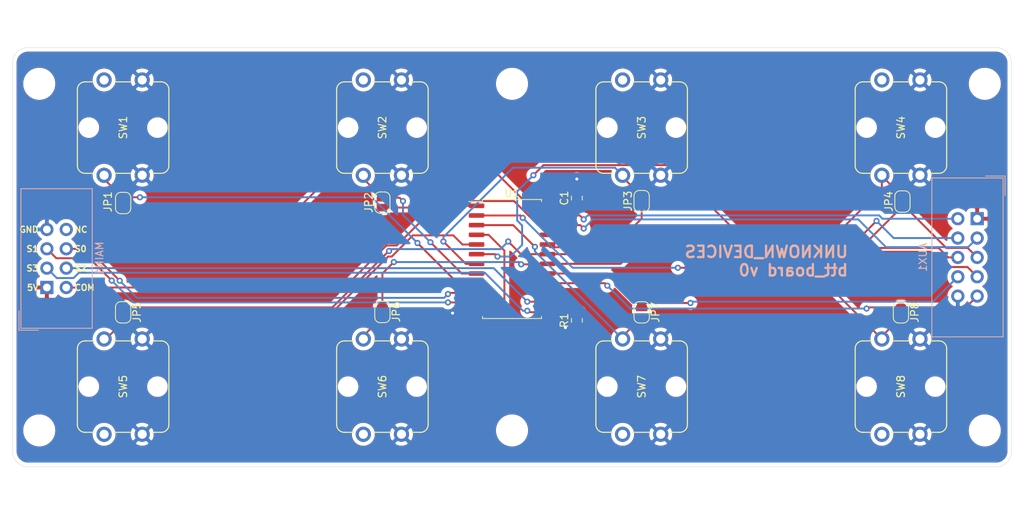
<source format=kicad_pcb>
(kicad_pcb (version 20171130) (host pcbnew "(5.1.2)-1")
  (layers (0 F.Cu signal) (31 B.Cu signal) (34 B.Paste user) (35 F.Paste user) (36 B.SilkS user) (37 F.SilkS user) (38 B.Mask user) (39 F.Mask user) (44 Edge.Cuts user))
  (net 0 "")
  (net 1 +5V)
  (net 2 P8)
  (net 3 P9)
  (net 4 P10)
  (net 5 P11)
  (net 6 P12)
  (net 7 P13)
  (net 8 P14)
  (net 9 P15)
  (net 10 GND)
  (net 11 P0)
  (net 12 P1)
  (net 13 P2)
  (net 14 P3)
  (net 15 P4)
  (net 16 P5)
  (net 17 P6)
  (net 18 P7)
  (net 19 "Net-(R1-Pad2)")
  (net 20 "Net-(C1-Pad1)")
  (net 21 COM)
  (net 22 S3)
  (net 23 S2)
  (net 24 S1)
  (net 25 S0)
  (module MountingHole:MountingHole_3.2mm_M3 (layer F.Cu) (at 222 108.5 180)
    (fp_text reference H6 hide)
    (fp_text value MountingHole)
    (pad 1 np_thru_hole circle (at 0 0 180) (size 3.2 3.2) (drill 3.2) (layers *.Cu *.Mask))
  )
  (module MountingHole:MountingHole_3.2mm_M3 (layer F.Cu) (at 222 63 180)
    (fp_text reference H3 hide)
    (fp_text value MountingHole)
    (pad 1 np_thru_hole circle (at 0 0 180) (size 3.2 3.2) (drill 3.2) (layers *.Cu *.Mask))
  )
  (module Connector_IDC:IDC-Header_2x05_P2.54mm_Vertical (layer B.Cu) (at 221 80.71 180)
    (fp_text reference AUX1 (at 7.112 -5.08 90) (layer B.SilkS) (effects (justify mirror)))
    (fp_text value AUX)
    (pad 10 thru_hole oval (at 2.54 -10.16 180) (size 1.7272 1.7272) (drill 1.016) (layers *.Cu *.Mask) (net 10 GND))
    (pad 9 thru_hole oval (at 0 -10.16 180) (size 1.7272 1.7272) (drill 1.016) (layers *.Cu *.Mask) (net 9 P15))
    (pad 8 thru_hole oval (at 2.54 -7.62 180) (size 1.7272 1.7272) (drill 1.016) (layers *.Cu *.Mask) (net 8 P14))
    (pad 7 thru_hole oval (at 0 -7.62 180) (size 1.7272 1.7272) (drill 1.016) (layers *.Cu *.Mask) (net 7 P13))
    (pad 6 thru_hole oval (at 2.54 -5.08 180) (size 1.7272 1.7272) (drill 1.016) (layers *.Cu *.Mask) (net 6 P12))
    (pad 5 thru_hole oval (at 0 -5.08 180) (size 1.7272 1.7272) (drill 1.016) (layers *.Cu *.Mask) (net 5 P11))
    (pad 4 thru_hole oval (at 2.54 -2.54 180) (size 1.7272 1.7272) (drill 1.016) (layers *.Cu *.Mask) (net 4 P10))
    (pad 3 thru_hole oval (at 0 -2.54 180) (size 1.7272 1.7272) (drill 1.016) (layers *.Cu *.Mask) (net 3 P9))
    (pad 2 thru_hole oval (at 2.54 0 180) (size 1.7272 1.7272) (drill 1.016) (layers *.Cu *.Mask) (net 2 P8))
    (pad 1 thru_hole rect (at 0 0 180) (size 1.7272 1.7272) (drill 1.016) (layers *.Cu *.Mask) (net 1 +5V))
  )
  (module Connector_IDC:IDC-Header_2x04_P2.54mm_Vertical (layer B.Cu) (at 99 89.74)
    (fp_text reference MAIN1 (at 6.9 -3.805 90) (layer B.SilkS) (effects (justify mirror)))
    (fp_text value MAIN)
    (pad 8 thru_hole oval (at 2.54 -7.62) (size 1.7272 1.7272) (drill 1.016) (layers *.Cu *.Mask))
    (pad 7 thru_hole oval (at 0 -7.62) (size 1.7272 1.7272) (drill 1.016) (layers *.Cu *.Mask) (net 10 GND))
    (pad 6 thru_hole oval (at 2.54 -5.08) (size 1.7272 1.7272) (drill 1.016) (layers *.Cu *.Mask) (net 25 S0))
    (pad 5 thru_hole oval (at 0 -5.08) (size 1.7272 1.7272) (drill 1.016) (layers *.Cu *.Mask) (net 24 S1))
    (pad 4 thru_hole oval (at 2.54 -2.54) (size 1.7272 1.7272) (drill 1.016) (layers *.Cu *.Mask) (net 23 S2))
    (pad 3 thru_hole oval (at 0 -2.54) (size 1.7272 1.7272) (drill 1.016) (layers *.Cu *.Mask) (net 22 S3))
    (pad 2 thru_hole oval (at 2.54 0) (size 1.7272 1.7272) (drill 1.016) (layers *.Cu *.Mask) (net 21 COM))
    (pad 1 thru_hole rect (at 0 0) (size 1.7272 1.7272) (drill 1.016) (layers *.Cu *.Mask) (net 1 +5V))
  )
  (module MountingHole:MountingHole_3.2mm_M3 (layer F.Cu) (at 160 108.5)
    (fp_text reference H5 hide)
    (fp_text value MountingHole)
    (pad 1 np_thru_hole circle (at 0 0) (size 3.2 3.2) (drill 3.2) (layers *.Cu *.Mask))
  )
  (module MountingHole:MountingHole_3.2mm_M3 (layer F.Cu) (at 98 108.5)
    (fp_text reference H4 hide)
    (fp_text value MountingHole)
    (pad 1 np_thru_hole circle (at 0 0) (size 3.2 3.2) (drill 3.2) (layers *.Cu *.Mask))
  )
  (module MountingHole:MountingHole_3.2mm_M3 (layer F.Cu) (at 160 63)
    (fp_text reference H2 hide)
    (fp_text value MountingHole)
    (pad 1 np_thru_hole circle (at 0 0) (size 3.2 3.2) (drill 3.2) (layers *.Cu *.Mask))
  )
  (module MountingHole:MountingHole_3.2mm_M3 (layer F.Cu) (at 98 63)
    (fp_text reference H1 hide)
    (fp_text value MountingHole)
    (pad 1 np_thru_hole circle (at 0 0) (size 3.2 3.2) (drill 3.2) (layers *.Cu *.Mask))
  )
  (module Capacitor_SMD:C_0805_2012Metric (layer F.Cu) (at 168.5 78 90)
    (fp_text reference C1 (at 0 -1.65 90) (layer F.SilkS))
    (fp_text value 0.1uf)
    (pad 1 smd roundrect (at -0.9375 0 90) (size 0.975 1.4) (layers F.Cu F.Paste F.Mask) (net 20 "Net-(C1-Pad1)"))
    (pad 2 smd roundrect (at 0.9375 0 90) (size 0.975 1.4) (layers F.Cu F.Paste F.Mask) (net 10 GND))
  )
  (module Jumper:SolderJumper-2_P1.3mm_Open_RoundedPad1.0x1.5mm (layer F.Cu) (at 109 78.65 90)
    (fp_text reference JP1 (at 0.15 -2 270) (layer F.SilkS))
    (fp_text value JP)
    (pad 2 smd custom (at 0.65 0 90) (size 1 0.5) (layers F.Cu F.Mask) (net 11 P0) (options (clearance outline) (anchor rect)) (primitives (gr_circle (center 0 0.25) (end 0.5 0.25) (width 0)) (gr_circle (center 0 -0.25) (end 0.5 -0.25) (width 0)) (gr_poly (pts (xy 0 -0.75) (xy -0.5 -0.75) (xy -0.5 0.75) (xy 0 0.75)) (width 0))))
    (pad 1 smd custom (at -0.65 0 90) (size 1 0.5) (layers F.Cu F.Mask) (net 2 P8) (options (clearance outline) (anchor rect)) (primitives (gr_circle (center 0 0.25) (end 0.5 0.25) (width 0)) (gr_circle (center 0 -0.25) (end 0.5 -0.25) (width 0)) (gr_poly (pts (xy 0 -0.75) (xy 0.5 -0.75) (xy 0.5 0.75) (xy 0 0.75)) (width 0))))
  )
  (module Resistor_SMD:R_0805_2012Metric (layer F.Cu) (at 168.5 94.0625 90)
    (fp_text reference R1 (at 0 -1.65 90) (layer F.SilkS))
    (fp_text value 10K)
    (pad 1 smd roundrect (at -0.9375 0 90) (size 0.975 1.4) (layers F.Cu F.Paste F.Mask) (net 10 GND))
    (pad 2 smd roundrect (at 0.9375 0 90) (size 0.975 1.4) (layers F.Cu F.Paste F.Mask) (net 19 "Net-(R1-Pad2)"))
  )
  (module Package_SO:SOIC-24W_7.5x15.4mm_P1.27mm (layer F.Cu) (at 160 86)
    (fp_text reference U1 (at 0 -8.65) (layer F.SilkS))
    (fp_text value CD74HC4067M)
    (pad 1 smd roundrect (at -4.65 -6.985) (size 2.05 0.6) (layers F.Cu F.Paste F.Mask) (net 21 COM))
    (pad 2 smd roundrect (at -4.65 -5.715) (size 2.05 0.6) (layers F.Cu F.Paste F.Mask) (net 18 P7))
    (pad 3 smd roundrect (at -4.65 -4.445) (size 2.05 0.6) (layers F.Cu F.Paste F.Mask) (net 17 P6))
    (pad 4 smd roundrect (at -4.65 -3.175) (size 2.05 0.6) (layers F.Cu F.Paste F.Mask) (net 16 P5))
    (pad 5 smd roundrect (at -4.65 -1.905) (size 2.05 0.6) (layers F.Cu F.Paste F.Mask) (net 15 P4))
    (pad 6 smd roundrect (at -4.65 -0.635) (size 2.05 0.6) (layers F.Cu F.Paste F.Mask) (net 14 P3))
    (pad 7 smd roundrect (at -4.65 0.635) (size 2.05 0.6) (layers F.Cu F.Paste F.Mask) (net 13 P2))
    (pad 8 smd roundrect (at -4.65 1.905) (size 2.05 0.6) (layers F.Cu F.Paste F.Mask) (net 12 P1))
    (pad 9 smd roundrect (at -4.65 3.175) (size 2.05 0.6) (layers F.Cu F.Paste F.Mask) (net 11 P0))
    (pad 10 smd roundrect (at -4.65 4.445) (size 2.05 0.6) (layers F.Cu F.Paste F.Mask) (net 25 S0))
    (pad 11 smd roundrect (at -4.65 5.715) (size 2.05 0.6) (layers F.Cu F.Paste F.Mask) (net 24 S1))
    (pad 12 smd roundrect (at -4.65 6.985) (size 2.05 0.6) (layers F.Cu F.Paste F.Mask) (net 10 GND))
    (pad 13 smd roundrect (at 4.65 6.985) (size 2.05 0.6) (layers F.Cu F.Paste F.Mask) (net 22 S3))
    (pad 14 smd roundrect (at 4.65 5.715) (size 2.05 0.6) (layers F.Cu F.Paste F.Mask) (net 23 S2))
    (pad 15 smd roundrect (at 4.65 4.445) (size 2.05 0.6) (layers F.Cu F.Paste F.Mask) (net 19 "Net-(R1-Pad2)"))
    (pad 16 smd roundrect (at 4.65 3.175) (size 2.05 0.6) (layers F.Cu F.Paste F.Mask) (net 9 P15))
    (pad 17 smd roundrect (at 4.65 1.905) (size 2.05 0.6) (layers F.Cu F.Paste F.Mask) (net 8 P14))
    (pad 18 smd roundrect (at 4.65 0.635) (size 2.05 0.6) (layers F.Cu F.Paste F.Mask) (net 7 P13))
    (pad 19 smd roundrect (at 4.65 -0.635) (size 2.05 0.6) (layers F.Cu F.Paste F.Mask) (net 6 P12))
    (pad 20 smd roundrect (at 4.65 -1.905) (size 2.05 0.6) (layers F.Cu F.Paste F.Mask) (net 5 P11))
    (pad 21 smd roundrect (at 4.65 -3.175) (size 2.05 0.6) (layers F.Cu F.Paste F.Mask) (net 4 P10))
    (pad 22 smd roundrect (at 4.65 -4.445) (size 2.05 0.6) (layers F.Cu F.Paste F.Mask) (net 3 P9))
    (pad 23 smd roundrect (at 4.65 -5.715) (size 2.05 0.6) (layers F.Cu F.Paste F.Mask) (net 2 P8))
    (pad 24 smd roundrect (at 4.65 -6.985) (size 2.05 0.6) (layers F.Cu F.Paste F.Mask) (net 20 "Net-(C1-Pad1)"))
  )
  (module Jumper:SolderJumper-2_P1.3mm_Open_RoundedPad1.0x1.5mm (layer F.Cu) (at 143 78.6 90)
    (fp_text reference JP2 (at 0 -1.8 90) (layer F.SilkS))
    (fp_text value JP)
    (pad 1 smd custom (at -0.65 0 90) (size 1 0.5) (layers F.Cu F.Mask) (net 3 P9) (options (clearance outline) (anchor rect)) (primitives (gr_circle (center 0 0.25) (end 0.5 0.25) (width 0)) (gr_circle (center 0 -0.25) (end 0.5 -0.25) (width 0)) (gr_poly (pts (xy 0 -0.75) (xy 0.5 -0.75) (xy 0.5 0.75) (xy 0 0.75)) (width 0))))
    (pad 2 smd custom (at 0.65 0 90) (size 1 0.5) (layers F.Cu F.Mask) (net 12 P1) (options (clearance outline) (anchor rect)) (primitives (gr_circle (center 0 0.25) (end 0.5 0.25) (width 0)) (gr_circle (center 0 -0.25) (end 0.5 -0.25) (width 0)) (gr_poly (pts (xy 0 -0.75) (xy -0.5 -0.75) (xy -0.5 0.75) (xy 0 0.75)) (width 0))))
  )
  (module Jumper:SolderJumper-2_P1.3mm_Open_RoundedPad1.0x1.5mm (layer F.Cu) (at 177 78.4 90)
    (fp_text reference JP3 (at 0 -1.8 90) (layer F.SilkS))
    (fp_text value JP)
    (pad 1 smd custom (at -0.65 0 90) (size 1 0.5) (layers F.Cu F.Mask) (net 4 P10) (options (clearance outline) (anchor rect)) (primitives (gr_circle (center 0 0.25) (end 0.5 0.25) (width 0)) (gr_circle (center 0 -0.25) (end 0.5 -0.25) (width 0)) (gr_poly (pts (xy 0 -0.75) (xy 0.5 -0.75) (xy 0.5 0.75) (xy 0 0.75)) (width 0))))
    (pad 2 smd custom (at 0.65 0 90) (size 1 0.5) (layers F.Cu F.Mask) (net 13 P2) (options (clearance outline) (anchor rect)) (primitives (gr_circle (center 0 0.25) (end 0.5 0.25) (width 0)) (gr_circle (center 0 -0.25) (end 0.5 -0.25) (width 0)) (gr_poly (pts (xy 0 -0.75) (xy -0.5 -0.75) (xy -0.5 0.75) (xy 0 0.75)) (width 0))))
  )
  (module Jumper:SolderJumper-2_P1.3mm_Open_RoundedPad1.0x1.5mm (layer F.Cu) (at 211.2 78.45 90)
    (fp_text reference JP4 (at 0 -1.8 90) (layer F.SilkS))
    (fp_text value JP)
    (pad 2 smd custom (at 0.65 0 90) (size 1 0.5) (layers F.Cu F.Mask) (net 14 P3) (options (clearance outline) (anchor rect)) (primitives (gr_circle (center 0 0.25) (end 0.5 0.25) (width 0)) (gr_circle (center 0 -0.25) (end 0.5 -0.25) (width 0)) (gr_poly (pts (xy 0 -0.75) (xy -0.5 -0.75) (xy -0.5 0.75) (xy 0 0.75)) (width 0))))
    (pad 1 smd custom (at -0.65 0 90) (size 1 0.5) (layers F.Cu F.Mask) (net 5 P11) (options (clearance outline) (anchor rect)) (primitives (gr_circle (center 0 0.25) (end 0.5 0.25) (width 0)) (gr_circle (center 0 -0.25) (end 0.5 -0.25) (width 0)) (gr_poly (pts (xy 0 -0.75) (xy 0.5 -0.75) (xy 0.5 0.75) (xy 0 0.75)) (width 0))))
  )
  (module Jumper:SolderJumper-2_P1.3mm_Open_RoundedPad1.0x1.5mm (layer F.Cu) (at 109 93 270)
    (fp_text reference JP5 (at 0 -1.8 90) (layer F.SilkS))
    (fp_text value JP)
    (pad 1 smd custom (at -0.65 0 270) (size 1 0.5) (layers F.Cu F.Mask) (net 6 P12) (options (clearance outline) (anchor rect)) (primitives (gr_circle (center 0 0.25) (end 0.5 0.25) (width 0)) (gr_circle (center 0 -0.25) (end 0.5 -0.25) (width 0)) (gr_poly (pts (xy 0 -0.75) (xy 0.5 -0.75) (xy 0.5 0.75) (xy 0 0.75)) (width 0))))
    (pad 2 smd custom (at 0.65 0 270) (size 1 0.5) (layers F.Cu F.Mask) (net 15 P4) (options (clearance outline) (anchor rect)) (primitives (gr_circle (center 0 0.25) (end 0.5 0.25) (width 0)) (gr_circle (center 0 -0.25) (end 0.5 -0.25) (width 0)) (gr_poly (pts (xy 0 -0.75) (xy -0.5 -0.75) (xy -0.5 0.75) (xy 0 0.75)) (width 0))))
  )
  (module Jumper:SolderJumper-2_P1.3mm_Open_RoundedPad1.0x1.5mm (layer F.Cu) (at 143 92.95 270)
    (fp_text reference JP6 (at 0 -1.8 90) (layer F.SilkS))
    (fp_text value JP)
    (pad 2 smd custom (at 0.65 0 270) (size 1 0.5) (layers F.Cu F.Mask) (net 16 P5) (options (clearance outline) (anchor rect)) (primitives (gr_circle (center 0 0.25) (end 0.5 0.25) (width 0)) (gr_circle (center 0 -0.25) (end 0.5 -0.25) (width 0)) (gr_poly (pts (xy 0 -0.75) (xy -0.5 -0.75) (xy -0.5 0.75) (xy 0 0.75)) (width 0))))
    (pad 1 smd custom (at -0.65 0 270) (size 1 0.5) (layers F.Cu F.Mask) (net 7 P13) (options (clearance outline) (anchor rect)) (primitives (gr_circle (center 0 0.25) (end 0.5 0.25) (width 0)) (gr_circle (center 0 -0.25) (end 0.5 -0.25) (width 0)) (gr_poly (pts (xy 0 -0.75) (xy 0.5 -0.75) (xy 0.5 0.75) (xy 0 0.75)) (width 0))))
  )
  (module Jumper:SolderJumper-2_P1.3mm_Open_RoundedPad1.0x1.5mm (layer F.Cu) (at 177 93 270)
    (fp_text reference JP7 (at 0 -1.8 90) (layer F.SilkS))
    (fp_text value JP)
    (pad 1 smd custom (at -0.65 0 270) (size 1 0.5) (layers F.Cu F.Mask) (net 8 P14) (options (clearance outline) (anchor rect)) (primitives (gr_circle (center 0 0.25) (end 0.5 0.25) (width 0)) (gr_circle (center 0 -0.25) (end 0.5 -0.25) (width 0)) (gr_poly (pts (xy 0 -0.75) (xy 0.5 -0.75) (xy 0.5 0.75) (xy 0 0.75)) (width 0))))
    (pad 2 smd custom (at 0.65 0 270) (size 1 0.5) (layers F.Cu F.Mask) (net 17 P6) (options (clearance outline) (anchor rect)) (primitives (gr_circle (center 0 0.25) (end 0.5 0.25) (width 0)) (gr_circle (center 0 -0.25) (end 0.5 -0.25) (width 0)) (gr_poly (pts (xy 0 -0.75) (xy -0.5 -0.75) (xy -0.5 0.75) (xy 0 0.75)) (width 0))))
  )
  (module Jumper:SolderJumper-2_P1.3mm_Open_RoundedPad1.0x1.5mm (layer F.Cu) (at 211 93 270)
    (fp_text reference JP8 (at 0 -1.8 90) (layer F.SilkS))
    (fp_text value JP)
    (pad 2 smd custom (at 0.65 0 270) (size 1 0.5) (layers F.Cu F.Mask) (net 18 P7) (options (clearance outline) (anchor rect)) (primitives (gr_circle (center 0 0.25) (end 0.5 0.25) (width 0)) (gr_circle (center 0 -0.25) (end 0.5 -0.25) (width 0)) (gr_poly (pts (xy 0 -0.75) (xy -0.5 -0.75) (xy -0.5 0.75) (xy 0 0.75)) (width 0))))
    (pad 1 smd custom (at -0.65 0 270) (size 1 0.5) (layers F.Cu F.Mask) (net 9 P15) (options (clearance outline) (anchor rect)) (primitives (gr_circle (center 0 0.25) (end 0.5 0.25) (width 0)) (gr_circle (center 0 -0.25) (end 0.5 -0.25) (width 0)) (gr_poly (pts (xy 0 -0.75) (xy 0.5 -0.75) (xy 0.5 0.75) (xy 0 0.75)) (width 0))))
  )
  (module Button_Switch_THT:ALPS_SKHC (layer F.Cu) (at 109 68.75 90)
    (fp_text reference SW1 (at 0 0 270) (layer F.SilkS))
    (fp_text value SW)
    (pad "" np_thru_hole circle (at 0 4.5 90) (size 1.7 1.7) (drill 1.7) (layers *.Cu *.Mask))
    (pad "" np_thru_hole circle (at 0 -4.5 90) (size 1.7 1.7) (drill 1.7) (layers *.Cu *.Mask))
    (pad 2 thru_hole circle (at 6.25 2.5 90) (size 2 2) (drill 1.2) (layers *.Cu *.Mask) (net 10 GND))
    (pad 2 thru_hole circle (at -6.25 2.5 90) (size 2 2) (drill 1.2) (layers *.Cu *.Mask) (net 10 GND))
    (pad 1 thru_hole circle (at 6.25 -2.5 90) (size 2 2) (drill 1.2) (layers *.Cu *.Mask) (net 11 P0))
    (pad 1 thru_hole circle (at -6.26 -2.5 90) (size 2 2) (drill 1.2) (layers *.Cu *.Mask) (net 11 P0))
  )
  (module Button_Switch_THT:ALPS_SKHC (layer F.Cu) (at 143 68.75 90)
    (fp_text reference SW2 (at 0 0 270) (layer F.SilkS))
    (fp_text value SW)
    (pad "" np_thru_hole circle (at 0 4.5 90) (size 1.7 1.7) (drill 1.7) (layers *.Cu *.Mask))
    (pad "" np_thru_hole circle (at 0 -4.5 90) (size 1.7 1.7) (drill 1.7) (layers *.Cu *.Mask))
    (pad 2 thru_hole circle (at 6.25 2.5 90) (size 2 2) (drill 1.2) (layers *.Cu *.Mask) (net 10 GND))
    (pad 2 thru_hole circle (at -6.25 2.5 90) (size 2 2) (drill 1.2) (layers *.Cu *.Mask) (net 10 GND))
    (pad 1 thru_hole circle (at 6.25 -2.5 90) (size 2 2) (drill 1.2) (layers *.Cu *.Mask) (net 12 P1))
    (pad 1 thru_hole circle (at -6.26 -2.5 90) (size 2 2) (drill 1.2) (layers *.Cu *.Mask) (net 12 P1))
  )
  (module Button_Switch_THT:ALPS_SKHC (layer F.Cu) (at 177 68.75 90)
    (fp_text reference SW3 (at 0 0 270) (layer F.SilkS))
    (fp_text value SW)
    (pad 1 thru_hole circle (at -6.26 -2.5 90) (size 2 2) (drill 1.2) (layers *.Cu *.Mask) (net 13 P2))
    (pad 1 thru_hole circle (at 6.25 -2.5 90) (size 2 2) (drill 1.2) (layers *.Cu *.Mask) (net 13 P2))
    (pad 2 thru_hole circle (at -6.25 2.5 90) (size 2 2) (drill 1.2) (layers *.Cu *.Mask) (net 10 GND))
    (pad 2 thru_hole circle (at 6.25 2.5 90) (size 2 2) (drill 1.2) (layers *.Cu *.Mask) (net 10 GND))
    (pad "" np_thru_hole circle (at 0 -4.5 90) (size 1.7 1.7) (drill 1.7) (layers *.Cu *.Mask))
    (pad "" np_thru_hole circle (at 0 4.5 90) (size 1.7 1.7) (drill 1.7) (layers *.Cu *.Mask))
  )
  (module Button_Switch_THT:ALPS_SKHC (layer F.Cu) (at 211 68.75 90)
    (fp_text reference SW4 (at 0 0 270) (layer F.SilkS))
    (fp_text value SW)
    (pad 1 thru_hole circle (at -6.26 -2.5 90) (size 2 2) (drill 1.2) (layers *.Cu *.Mask) (net 14 P3))
    (pad 1 thru_hole circle (at 6.25 -2.5 90) (size 2 2) (drill 1.2) (layers *.Cu *.Mask) (net 14 P3))
    (pad 2 thru_hole circle (at -6.25 2.5 90) (size 2 2) (drill 1.2) (layers *.Cu *.Mask) (net 10 GND))
    (pad 2 thru_hole circle (at 6.25 2.5 90) (size 2 2) (drill 1.2) (layers *.Cu *.Mask) (net 10 GND))
    (pad "" np_thru_hole circle (at 0 -4.5 90) (size 1.7 1.7) (drill 1.7) (layers *.Cu *.Mask))
    (pad "" np_thru_hole circle (at 0 4.5 90) (size 1.7 1.7) (drill 1.7) (layers *.Cu *.Mask))
  )
  (module Button_Switch_THT:ALPS_SKHC (layer F.Cu) (at 109 102.75 90)
    (fp_text reference SW5 (at 0 0 270) (layer F.SilkS))
    (fp_text value SW)
    (pad "" np_thru_hole circle (at 0 4.5 90) (size 1.7 1.7) (drill 1.7) (layers *.Cu *.Mask))
    (pad "" np_thru_hole circle (at 0 -4.5 90) (size 1.7 1.7) (drill 1.7) (layers *.Cu *.Mask))
    (pad 2 thru_hole circle (at 6.25 2.5 90) (size 2 2) (drill 1.2) (layers *.Cu *.Mask) (net 10 GND))
    (pad 2 thru_hole circle (at -6.25 2.5 90) (size 2 2) (drill 1.2) (layers *.Cu *.Mask) (net 10 GND))
    (pad 1 thru_hole circle (at 6.25 -2.5 90) (size 2 2) (drill 1.2) (layers *.Cu *.Mask) (net 15 P4))
    (pad 1 thru_hole circle (at -6.26 -2.5 90) (size 2 2) (drill 1.2) (layers *.Cu *.Mask) (net 15 P4))
  )
  (module Button_Switch_THT:ALPS_SKHC (layer F.Cu) (at 143 102.75 90)
    (fp_text reference SW6 (at 0 0 270) (layer F.SilkS))
    (fp_text value SW)
    (pad 1 thru_hole circle (at -6.26 -2.5 90) (size 2 2) (drill 1.2) (layers *.Cu *.Mask) (net 16 P5))
    (pad 1 thru_hole circle (at 6.25 -2.5 90) (size 2 2) (drill 1.2) (layers *.Cu *.Mask) (net 16 P5))
    (pad 2 thru_hole circle (at -6.25 2.5 90) (size 2 2) (drill 1.2) (layers *.Cu *.Mask) (net 10 GND))
    (pad 2 thru_hole circle (at 6.25 2.5 90) (size 2 2) (drill 1.2) (layers *.Cu *.Mask) (net 10 GND))
    (pad "" np_thru_hole circle (at 0 -4.5 90) (size 1.7 1.7) (drill 1.7) (layers *.Cu *.Mask))
    (pad "" np_thru_hole circle (at 0 4.5 90) (size 1.7 1.7) (drill 1.7) (layers *.Cu *.Mask))
  )
  (module Button_Switch_THT:ALPS_SKHC (layer F.Cu) (at 177 102.75 90)
    (fp_text reference SW7 (at 0 0 270) (layer F.SilkS))
    (fp_text value SW)
    (pad "" np_thru_hole circle (at 0 4.5 90) (size 1.7 1.7) (drill 1.7) (layers *.Cu *.Mask))
    (pad "" np_thru_hole circle (at 0 -4.5 90) (size 1.7 1.7) (drill 1.7) (layers *.Cu *.Mask))
    (pad 2 thru_hole circle (at 6.25 2.5 90) (size 2 2) (drill 1.2) (layers *.Cu *.Mask) (net 10 GND))
    (pad 2 thru_hole circle (at -6.25 2.5 90) (size 2 2) (drill 1.2) (layers *.Cu *.Mask) (net 10 GND))
    (pad 1 thru_hole circle (at 6.25 -2.5 90) (size 2 2) (drill 1.2) (layers *.Cu *.Mask) (net 17 P6))
    (pad 1 thru_hole circle (at -6.26 -2.5 90) (size 2 2) (drill 1.2) (layers *.Cu *.Mask) (net 17 P6))
  )
  (module Button_Switch_THT:ALPS_SKHC (layer F.Cu) (at 211 102.75 90)
    (fp_text reference SW8 (at 0 0 270) (layer F.SilkS))
    (fp_text value SW)
    (pad 1 thru_hole circle (at -6.26 -2.5 90) (size 2 2) (drill 1.2) (layers *.Cu *.Mask) (net 18 P7))
    (pad 1 thru_hole circle (at 6.25 -2.5 90) (size 2 2) (drill 1.2) (layers *.Cu *.Mask) (net 18 P7))
    (pad 2 thru_hole circle (at -6.25 2.5 90) (size 2 2) (drill 1.2) (layers *.Cu *.Mask) (net 10 GND))
    (pad 2 thru_hole circle (at 6.25 2.5 90) (size 2 2) (drill 1.2) (layers *.Cu *.Mask) (net 10 GND))
    (pad "" np_thru_hole circle (at 0 -4.5 90) (size 1.7 1.7) (drill 1.7) (layers *.Cu *.Mask))
    (pad "" np_thru_hole circle (at 0 4.5 90) (size 1.7 1.7) (drill 1.7) (layers *.Cu *.Mask))
  )
  (gr_text "UNKNOWN_DEVICES\nbtt_board v0" (at 204.225 86.275) (layer B.SilkS) (effects (font (size 1.5 1.5) (thickness 0.3)) (justify left mirror)))
  (gr_arc (start 223.5 111.25) (end 223.5 113.25) (angle -90) (layer Edge.Cuts) (width 0.05))
  (gr_arc (start 223.500001 60.249999) (end 225.5 60.249999) (angle -90) (layer Edge.Cuts) (width 0.05))
  (gr_line (start 223.5 113.25) (end 160 113.249998) (layer Edge.Cuts) (width 0.05))
  (gr_line (start 225.5 60.249999) (end 225.500001 111.25) (layer Edge.Cuts) (width 0.05))
  (gr_line (start 160 58.249999) (end 223.5 58.25) (layer Edge.Cuts) (width 0.05))
  (gr_arc (start 96.5 60.25) (end 96.5 58.249999) (angle -90) (layer Edge.Cuts) (width 0.05))
  (gr_arc (start 96.5 111.25) (end 94.5 111.25) (angle -90) (layer Edge.Cuts) (width 0.05))
  (gr_text 5V (at 97.976 89.754) (layer F.SilkS) (effects (font (size 0.8 0.8) (thickness 0.17)) (justify right)))
  (gr_text S3 (at 97.976 87.214) (layer F.SilkS) (effects (font (size 0.8 0.8) (thickness 0.17)) (justify right)))
  (gr_text S1 (at 97.976 84.674) (layer F.SilkS) (effects (font (size 0.8 0.8) (thickness 0.17)) (justify right)))
  (gr_text COM (at 102.548 89.754) (layer F.SilkS) (effects (font (size 0.8 0.8) (thickness 0.17)) (justify left)))
  (gr_text S2 (at 102.548 87.214) (layer F.SilkS) (effects (font (size 0.8 0.8) (thickness 0.17)) (justify left)))
  (gr_text S0 (at 102.548 84.674) (layer F.SilkS) (effects (font (size 0.8 0.8) (thickness 0.17)) (justify left)))
  (gr_text GND (at 97.976 82.134) (layer F.SilkS) (effects (font (size 0.8 0.8) (thickness 0.17)) (justify right)))
  (gr_text NC (at 102.548 82.134) (layer F.SilkS) (effects (font (size 0.8 0.8) (thickness 0.17)) (justify left)))
  (gr_line (start 160 113.249998) (end 96.5 113.249997) (layer Edge.Cuts) (width 0.05))
  (gr_line (start 96.5 58.249997) (end 160 58.249999) (layer Edge.Cuts) (width 0.05))
  (gr_line (start 94.5 111.25) (end 94.499999 60.25) (layer Edge.Cuts) (width 0.05))
  (segment (start 208.148001 80.274999) (end 198.325001 80.274999) (width 0.25) (layer B.Cu) (net 2))
  (segment (start 218.46 80.71) (end 208.583002 80.71) (width 0.25) (layer B.Cu) (net 2))
  (segment (start 208.583002 80.71) (end 208.148001 80.274999) (width 0.25) (layer B.Cu) (net 2))
  (via (at 169.4 80.8) (size 0.8) (drill 0.4) (layers F.Cu B.Cu) (net 2))
  (segment (start 198.325001 80.274999) (end 169.925001 80.274999) (width 0.25) (layer B.Cu) (net 2))
  (segment (start 169.925001 80.274999) (end 169.4 80.8) (width 0.25) (layer B.Cu) (net 2))
  (segment (start 168.885 80.285) (end 164.65 80.285) (width 0.25) (layer F.Cu) (net 2))
  (segment (start 169.4 80.8) (end 168.885 80.285) (width 0.25) (layer F.Cu) (net 2))
  (segment (start 163.525 80.285) (end 164.65 80.285) (width 0.25) (layer F.Cu) (net 2))
  (segment (start 156.44 73.2) (end 163.525 80.285) (width 0.25) (layer F.Cu) (net 2))
  (segment (start 138.1 73.2) (end 156.44 73.2) (width 0.25) (layer F.Cu) (net 2))
  (segment (start 109 79.3) (end 132 79.3) (width 0.25) (layer F.Cu) (net 2))
  (segment (start 132 79.3) (end 138.1 73.2) (width 0.25) (layer F.Cu) (net 2))
  (via (at 169.4 82) (size 0.8) (drill 0.4) (layers F.Cu B.Cu) (net 3))
  (segment (start 164.65 81.555) (end 168.955 81.555) (width 0.25) (layer F.Cu) (net 3))
  (segment (start 168.955 81.555) (end 169.4 82) (width 0.25) (layer F.Cu) (net 3))
  (segment (start 220.136401 84.113599) (end 221 83.25) (width 0.25) (layer B.Cu) (net 3))
  (segment (start 219.811399 84.438601) (end 220.136401 84.113599) (width 0.25) (layer B.Cu) (net 3))
  (segment (start 209.038601 84.438601) (end 219.811399 84.438601) (width 0.25) (layer B.Cu) (net 3))
  (segment (start 205.4 80.8) (end 209.038601 84.438601) (width 0.25) (layer B.Cu) (net 3))
  (segment (start 169.4 82) (end 170.6 80.8) (width 0.25) (layer B.Cu) (net 3))
  (segment (start 170.6 80.8) (end 205.4 80.8) (width 0.25) (layer B.Cu) (net 3))
  (segment (start 164.65 81.555) (end 163.428004 81.555) (width 0.25) (layer F.Cu) (net 3))
  (segment (start 163.428004 81.555) (end 160.262994 78.38999) (width 0.25) (layer F.Cu) (net 3))
  (segment (start 160.262994 78.38999) (end 147.71001 78.38999) (width 0.25) (layer F.Cu) (net 3))
  (segment (start 147.71001 78.38999) (end 146.85 79.25) (width 0.25) (layer F.Cu) (net 3))
  (segment (start 146.85 79.25) (end 143.847592 79.25) (width 0.25) (layer F.Cu) (net 3))
  (segment (start 143.847592 79.25) (end 143 79.25) (width 0.25) (layer F.Cu) (net 3))
  (segment (start 177 80.69501) (end 177 79.05) (width 0.25) (layer F.Cu) (net 4))
  (segment (start 166.69999 83.74999) (end 173.94502 83.74999) (width 0.25) (layer F.Cu) (net 4))
  (segment (start 164.65 82.825) (end 165.775 82.825) (width 0.25) (layer F.Cu) (net 4))
  (segment (start 165.775 82.825) (end 166.69999 83.74999) (width 0.25) (layer F.Cu) (net 4))
  (via (at 207.8 81) (size 0.8) (drill 0.4) (layers F.Cu B.Cu) (net 4))
  (segment (start 176.347505 81.347505) (end 177 80.69501) (width 0.25) (layer F.Cu) (net 4))
  (segment (start 173.94502 83.74999) (end 176.347505 81.347505) (width 0.25) (layer F.Cu) (net 4))
  (segment (start 210.05 83.25) (end 218.46 83.25) (width 0.25) (layer B.Cu) (net 4))
  (segment (start 207.8 81) (end 210.05 83.25) (width 0.25) (layer B.Cu) (net 4))
  (segment (start 207.400001 81.399999) (end 207.8 81) (width 0.25) (layer F.Cu) (net 4))
  (segment (start 174.045032 83.649978) (end 205.150022 83.649978) (width 0.25) (layer F.Cu) (net 4))
  (segment (start 205.150022 83.649978) (end 207.400001 81.399999) (width 0.25) (layer F.Cu) (net 4))
  (segment (start 173.94502 83.74999) (end 174.045032 83.649978) (width 0.25) (layer F.Cu) (net 4))
  (segment (start 220.136401 84.926401) (end 221 85.79) (width 0.25) (layer F.Cu) (net 5))
  (segment (start 219.76 84.55) (end 220.136401 84.926401) (width 0.25) (layer F.Cu) (net 5))
  (segment (start 216.95 84.55) (end 219.76 84.55) (width 0.25) (layer F.Cu) (net 5))
  (segment (start 211.2 79.1) (end 211.5 79.1) (width 0.25) (layer F.Cu) (net 5))
  (segment (start 211.5 79.1) (end 216.95 84.55) (width 0.25) (layer F.Cu) (net 5))
  (segment (start 164.65 84.095) (end 165.02071 84.46571) (width 0.25) (layer F.Cu) (net 5))
  (segment (start 165.02071 84.46571) (end 174.027879 84.46571) (width 0.25) (layer F.Cu) (net 5))
  (segment (start 210.675226 79.624774) (end 211.2 79.1) (width 0.25) (layer F.Cu) (net 5))
  (segment (start 174.3936 84.099989) (end 206.200011 84.099989) (width 0.25) (layer F.Cu) (net 5))
  (segment (start 206.200011 84.099989) (end 210.675226 79.624774) (width 0.25) (layer F.Cu) (net 5))
  (segment (start 174.027879 84.46571) (end 174.3936 84.099989) (width 0.25) (layer F.Cu) (net 5))
  (segment (start 109 92.35) (end 136.440585 92.35) (width 0.25) (layer F.Cu) (net 6))
  (segment (start 136.440585 92.35) (end 143.840597 84.949988) (width 0.25) (layer F.Cu) (net 6))
  (segment (start 143.840597 84.949988) (end 143.871826 84.949988) (width 0.25) (layer F.Cu) (net 6))
  (via (at 143.871826 84.949988) (size 0.8) (drill 0.4) (layers F.Cu B.Cu) (net 6))
  (via (at 159.5 83.7) (size 0.8) (drill 0.4) (layers F.Cu B.Cu) (net 6))
  (segment (start 164.65 85.365) (end 161.165 85.365) (width 0.25) (layer F.Cu) (net 6))
  (segment (start 159.899999 84.099999) (end 159.5 83.7) (width 0.25) (layer F.Cu) (net 6))
  (segment (start 161.165 85.365) (end 159.899999 84.099999) (width 0.25) (layer F.Cu) (net 6))
  (segment (start 159.100001 84.099999) (end 159.5 83.7) (width 0.25) (layer B.Cu) (net 6))
  (segment (start 158.5 84.7) (end 159.100001 84.099999) (width 0.25) (layer B.Cu) (net 6))
  (segment (start 143.871826 84.949988) (end 144.121814 84.7) (width 0.25) (layer B.Cu) (net 6))
  (segment (start 144.121814 84.7) (end 158.5 84.7) (width 0.25) (layer B.Cu) (net 6))
  (segment (start 215.95 84.55) (end 217.19 85.79) (width 0.25) (layer F.Cu) (net 6))
  (segment (start 174.58 84.55) (end 215.95 84.55) (width 0.25) (layer F.Cu) (net 6))
  (segment (start 173.765 85.365) (end 174.58 84.55) (width 0.25) (layer F.Cu) (net 6))
  (segment (start 217.19 85.79) (end 218.46 85.79) (width 0.25) (layer F.Cu) (net 6))
  (segment (start 164.65 85.365) (end 173.765 85.365) (width 0.25) (layer F.Cu) (net 6))
  (via (at 161.2 86.700003) (size 0.8) (drill 0.4) (layers F.Cu B.Cu) (net 7))
  (segment (start 164.584997 86.700003) (end 164.65 86.635) (width 0.25) (layer F.Cu) (net 7))
  (segment (start 161.2 86.700003) (end 164.584997 86.700003) (width 0.25) (layer F.Cu) (net 7))
  (via (at 144.5 86.4) (size 0.8) (drill 0.4) (layers F.Cu B.Cu) (net 7))
  (segment (start 143 87.9) (end 144.100001 86.799999) (width 0.25) (layer F.Cu) (net 7))
  (segment (start 144.100001 86.799999) (end 144.5 86.4) (width 0.25) (layer F.Cu) (net 7))
  (segment (start 143 92.3) (end 143 87.9) (width 0.25) (layer F.Cu) (net 7))
  (segment (start 160.899997 86.4) (end 144.5 86.4) (width 0.25) (layer B.Cu) (net 7))
  (segment (start 161.2 86.700003) (end 160.899997 86.4) (width 0.25) (layer B.Cu) (net 7))
  (segment (start 219.72 87.05) (end 221 88.33) (width 0.25) (layer F.Cu) (net 7))
  (segment (start 216.85 87.05) (end 219.72 87.05) (width 0.25) (layer F.Cu) (net 7))
  (segment (start 214.85 85.05) (end 216.85 87.05) (width 0.25) (layer F.Cu) (net 7))
  (segment (start 175.82 85.05) (end 214.85 85.05) (width 0.25) (layer F.Cu) (net 7))
  (segment (start 164.65 86.635) (end 174.235 86.635) (width 0.25) (layer F.Cu) (net 7))
  (segment (start 174.235 86.635) (end 175.82 85.05) (width 0.25) (layer F.Cu) (net 7))
  (segment (start 172.555 87.905) (end 164.65 87.905) (width 0.25) (layer F.Cu) (net 8))
  (segment (start 177 92.35) (end 172.555 87.905) (width 0.25) (layer F.Cu) (net 8))
  (via (at 183.4 91.775) (size 0.8) (drill 0.4) (layers F.Cu B.Cu) (net 8))
  (segment (start 177.575 91.775) (end 177 92.35) (width 0.25) (layer F.Cu) (net 8))
  (segment (start 183.4 91.775) (end 177.575 91.775) (width 0.25) (layer F.Cu) (net 8))
  (segment (start 183.575 91.6) (end 183.4 91.775) (width 0.25) (layer B.Cu) (net 8))
  (segment (start 218.46 88.33) (end 215.19 91.6) (width 0.25) (layer B.Cu) (net 8))
  (segment (start 215.19 91.6) (end 183.575 91.6) (width 0.25) (layer B.Cu) (net 8))
  (via (at 172.5 89.5) (size 0.8) (drill 0.4) (layers F.Cu B.Cu) (net 9))
  (segment (start 164.65 89.175) (end 172.175 89.175) (width 0.25) (layer F.Cu) (net 9))
  (segment (start 172.175 89.175) (end 172.5 89.5) (width 0.25) (layer F.Cu) (net 9))
  (via (at 206.5 92.5) (size 0.8) (drill 0.4) (layers F.Cu B.Cu) (net 9))
  (segment (start 172.5 89.5) (end 175.5 92.5) (width 0.25) (layer B.Cu) (net 9))
  (segment (start 175.5 92.5) (end 206.5 92.5) (width 0.25) (layer B.Cu) (net 9))
  (segment (start 219.52 92.35) (end 211 92.35) (width 0.25) (layer F.Cu) (net 9))
  (segment (start 221 90.87) (end 219.52 92.35) (width 0.25) (layer F.Cu) (net 9))
  (segment (start 206.65 92.35) (end 211 92.35) (width 0.25) (layer F.Cu) (net 9))
  (segment (start 206.5 92.5) (end 206.65 92.35) (width 0.25) (layer F.Cu) (net 9))
  (via (at 167 95) (size 0.8) (drill 0.4) (layers F.Cu B.Cu) (net 10))
  (segment (start 168.5 95) (end 167 95) (width 0.25) (layer F.Cu) (net 10))
  (via (at 168.5 75.5) (size 0.8) (drill 0.4) (layers F.Cu B.Cu) (net 10))
  (segment (start 168.5 77.0625) (end 168.5 75.5) (width 0.25) (layer F.Cu) (net 10))
  (via (at 152.2 93.1) (size 0.8) (drill 0.4) (layers F.Cu B.Cu) (net 10))
  (segment (start 155.35 92.985) (end 152.315 92.985) (width 0.25) (layer F.Cu) (net 10))
  (segment (start 152.315 92.985) (end 152.2 93.1) (width 0.25) (layer F.Cu) (net 10))
  (segment (start 106.5 75.5) (end 106.5 75.26) (width 0.25) (layer F.Cu) (net 11))
  (via (at 147.6 83.9) (size 0.8) (drill 0.4) (layers F.Cu B.Cu) (net 11))
  (segment (start 155.35 89.175) (end 152.875 89.175) (width 0.25) (layer F.Cu) (net 11))
  (segment (start 152.875 89.175) (end 147.6 83.9) (width 0.25) (layer F.Cu) (net 11))
  (via (at 111.2 77.9) (size 0.8) (drill 0.4) (layers F.Cu B.Cu) (net 11))
  (segment (start 147.6 83.9) (end 141.6 77.9) (width 0.25) (layer B.Cu) (net 11))
  (segment (start 141.6 77.9) (end 111.2 77.9) (width 0.25) (layer B.Cu) (net 11))
  (segment (start 109.1 77.9) (end 109 78) (width 0.25) (layer F.Cu) (net 11))
  (segment (start 111.2 77.9) (end 109.1 77.9) (width 0.25) (layer F.Cu) (net 11))
  (segment (start 106.5 75.5) (end 107 76) (width 0.25) (layer F.Cu) (net 11))
  (segment (start 106.5 75.01) (end 106.5 75.5) (width 0.25) (layer F.Cu) (net 11))
  (segment (start 109 78) (end 107 76) (width 0.25) (layer F.Cu) (net 11))
  (segment (start 140.5 75.45) (end 140.5 75.01) (width 0.25) (layer F.Cu) (net 12))
  (segment (start 143 77.95) (end 140.5 75.45) (width 0.25) (layer F.Cu) (net 12))
  (via (at 149.3 83.8) (size 0.8) (drill 0.4) (layers F.Cu B.Cu) (net 12))
  (segment (start 155.35 87.905) (end 153.405 87.905) (width 0.25) (layer F.Cu) (net 12))
  (segment (start 153.405 87.905) (end 149.3 83.8) (width 0.25) (layer F.Cu) (net 12))
  (via (at 145.7 78.4) (size 0.8) (drill 0.4) (layers F.Cu B.Cu) (net 12))
  (segment (start 149.3 83.8) (end 145.7 80.2) (width 0.25) (layer B.Cu) (net 12))
  (segment (start 145.7 80.2) (end 145.7 78.4) (width 0.25) (layer B.Cu) (net 12))
  (segment (start 145.25 77.95) (end 143 77.95) (width 0.25) (layer F.Cu) (net 12))
  (segment (start 145.7 78.4) (end 145.25 77.95) (width 0.25) (layer F.Cu) (net 12))
  (segment (start 174.5 75.25) (end 174.5 75.01) (width 0.25) (layer F.Cu) (net 13))
  (segment (start 177 77.75) (end 174.5 75.25) (width 0.25) (layer F.Cu) (net 13))
  (via (at 151 83.7) (size 0.8) (drill 0.4) (layers F.Cu B.Cu) (net 13))
  (segment (start 155.35 86.635) (end 153.935 86.635) (width 0.25) (layer F.Cu) (net 13))
  (segment (start 153.935 86.635) (end 151 83.7) (width 0.25) (layer F.Cu) (net 13))
  (segment (start 173.500001 74.010001) (end 174.5 75.01) (width 0.25) (layer B.Cu) (net 13))
  (segment (start 160.124314 74.010001) (end 173.500001 74.010001) (width 0.25) (layer B.Cu) (net 13))
  (segment (start 151 83.134315) (end 160.124314 74.010001) (width 0.25) (layer B.Cu) (net 13))
  (segment (start 151 83.7) (end 151 83.134315) (width 0.25) (layer B.Cu) (net 13))
  (segment (start 208.5 75.1) (end 208.5 75.01) (width 0.25) (layer F.Cu) (net 14))
  (segment (start 211.2 77.8) (end 208.5 75.1) (width 0.25) (layer F.Cu) (net 14))
  (via (at 158.1 85.674988) (size 0.8) (drill 0.4) (layers F.Cu B.Cu) (net 14))
  (via (at 162.8 75) (size 0.8) (drill 0.4) (layers F.Cu B.Cu) (net 14))
  (segment (start 159.798014 85.674988) (end 161.325001 84.148001) (width 0.25) (layer B.Cu) (net 14))
  (segment (start 158.1 85.674988) (end 159.798014 85.674988) (width 0.25) (layer B.Cu) (net 14))
  (segment (start 161.325001 81.598003) (end 160.674999 80.948001) (width 0.25) (layer B.Cu) (net 14))
  (segment (start 160.674999 80.948001) (end 160.674999 77.125001) (width 0.25) (layer B.Cu) (net 14))
  (segment (start 161.325001 84.148001) (end 161.325001 81.598003) (width 0.25) (layer B.Cu) (net 14))
  (segment (start 160.674999 77.125001) (end 162.8 75) (width 0.25) (layer B.Cu) (net 14))
  (segment (start 157.790012 85.365) (end 158.1 85.674988) (width 0.25) (layer F.Cu) (net 14))
  (segment (start 155.35 85.365) (end 157.790012 85.365) (width 0.25) (layer F.Cu) (net 14))
  (segment (start 208.5 76.8) (end 208.5 75.01) (width 0.25) (layer F.Cu) (net 14))
  (segment (start 202.15 83.15) (end 208.5 76.8) (width 0.25) (layer F.Cu) (net 14))
  (segment (start 190.15 83.15) (end 202.15 83.15) (width 0.25) (layer F.Cu) (net 14))
  (segment (start 180.674999 73.674999) (end 190.15 83.15) (width 0.25) (layer F.Cu) (net 14))
  (segment (start 162.8 75) (end 164.125001 73.674999) (width 0.25) (layer F.Cu) (net 14))
  (segment (start 164.125001 73.674999) (end 180.674999 73.674999) (width 0.25) (layer F.Cu) (net 14))
  (segment (start 109 94.25) (end 106.5 96.75) (width 0.25) (layer F.Cu) (net 15))
  (segment (start 109 93.65) (end 109 94.25) (width 0.25) (layer F.Cu) (net 15))
  (segment (start 135.776996 93.65) (end 143.751998 85.674998) (width 0.25) (layer F.Cu) (net 15))
  (segment (start 109 93.65) (end 135.776996 93.65) (width 0.25) (layer F.Cu) (net 15))
  (segment (start 143.751998 85.674998) (end 144.225002 85.674998) (width 0.25) (layer F.Cu) (net 15))
  (segment (start 153.495 84.095) (end 155.35 84.095) (width 0.25) (layer F.Cu) (net 15))
  (segment (start 144.225002 85.674998) (end 147 82.9) (width 0.25) (layer F.Cu) (net 15))
  (segment (start 147 82.9) (end 152.3 82.9) (width 0.25) (layer F.Cu) (net 15))
  (segment (start 152.3 82.9) (end 153.495 84.095) (width 0.25) (layer F.Cu) (net 15))
  (segment (start 140.5 96.1) (end 140.5 96.5) (width 0.25) (layer F.Cu) (net 16))
  (segment (start 143 93.6) (end 140.5 96.1) (width 0.25) (layer F.Cu) (net 16))
  (segment (start 146.8 93.6) (end 143 93.6) (width 0.25) (layer F.Cu) (net 16))
  (segment (start 156.925 82.825) (end 159 84.9) (width 0.25) (layer F.Cu) (net 16))
  (segment (start 155.35 82.825) (end 156.925 82.825) (width 0.25) (layer F.Cu) (net 16))
  (segment (start 159 84.9) (end 159 92.6) (width 0.25) (layer F.Cu) (net 16))
  (segment (start 159 92.6) (end 156.5 95.1) (width 0.25) (layer F.Cu) (net 16))
  (segment (start 156.5 95.1) (end 148.3 95.1) (width 0.25) (layer F.Cu) (net 16))
  (segment (start 148.3 95.1) (end 146.8 93.6) (width 0.25) (layer F.Cu) (net 16))
  (segment (start 174.5 96.15) (end 174.5 96.5) (width 0.25) (layer F.Cu) (net 17))
  (segment (start 177 93.65) (end 174.5 96.15) (width 0.25) (layer F.Cu) (net 17))
  (segment (start 163 85) (end 163 84.965685) (width 0.25) (layer B.Cu) (net 17))
  (segment (start 162.600001 84.000001) (end 163 84.4) (width 0.25) (layer F.Cu) (net 17))
  (segment (start 163 84.965685) (end 163 84.4) (width 0.25) (layer B.Cu) (net 17))
  (segment (start 155.35 81.555) (end 160.155 81.555) (width 0.25) (layer F.Cu) (net 17))
  (segment (start 160.155 81.555) (end 162.600001 84.000001) (width 0.25) (layer F.Cu) (net 17))
  (segment (start 174.5 96.5) (end 163 85) (width 0.25) (layer B.Cu) (net 17))
  (via (at 163 84.4) (size 0.8) (drill 0.4) (layers F.Cu B.Cu) (net 17))
  (segment (start 208.5 96.15) (end 208.5 96.5) (width 0.25) (layer F.Cu) (net 18))
  (segment (start 211 93.65) (end 208.5 96.15) (width 0.25) (layer F.Cu) (net 18))
  (segment (start 161.085 80.285) (end 161.4 80.6) (width 0.25) (layer F.Cu) (net 18))
  (segment (start 155.35 80.285) (end 161.085 80.285) (width 0.25) (layer F.Cu) (net 18))
  (via (at 161.4 80.6) (size 0.8) (drill 0.4) (layers F.Cu B.Cu) (net 18))
  (segment (start 167.95 87.15) (end 181.184315 87.15) (width 0.25) (layer B.Cu) (net 18))
  (segment (start 181.184315 87.15) (end 181.75 87.15) (width 0.25) (layer B.Cu) (net 18))
  (segment (start 161.4 80.6) (end 167.95 87.15) (width 0.25) (layer B.Cu) (net 18))
  (via (at 181.75 87.15) (size 0.8) (drill 0.4) (layers F.Cu B.Cu) (net 18))
  (segment (start 199.15 87.15) (end 181.75 87.15) (width 0.25) (layer F.Cu) (net 18))
  (segment (start 208.5 96.5) (end 199.15 87.15) (width 0.25) (layer F.Cu) (net 18))
  (segment (start 165.775 90.445) (end 164.65 90.445) (width 0.25) (layer F.Cu) (net 19))
  (segment (start 166.4075 90.445) (end 165.775 90.445) (width 0.25) (layer F.Cu) (net 19))
  (segment (start 168.5 92.5375) (end 166.4075 90.445) (width 0.25) (layer F.Cu) (net 19))
  (segment (start 168.5 93.125) (end 168.5 92.5375) (width 0.25) (layer F.Cu) (net 19))
  (segment (start 164.7275 78.9375) (end 164.65 79.015) (width 0.25) (layer F.Cu) (net 20))
  (segment (start 168.5 78.9375) (end 164.7275 78.9375) (width 0.25) (layer F.Cu) (net 20))
  (segment (start 154.225 79.015) (end 155.35 79.015) (width 0.25) (layer F.Cu) (net 21))
  (segment (start 150.085 79.015) (end 154.225 79.015) (width 0.25) (layer F.Cu) (net 21))
  (segment (start 144.875014 84.224986) (end 150.085 79.015) (width 0.25) (layer F.Cu) (net 21))
  (segment (start 143.523824 84.224986) (end 144.875014 84.224986) (width 0.25) (layer F.Cu) (net 21))
  (segment (start 101.54 89.74) (end 138.00881 89.74) (width 0.25) (layer F.Cu) (net 21))
  (segment (start 138.00881 89.74) (end 143.523824 84.224986) (width 0.25) (layer F.Cu) (net 21))
  (via (at 162 92.8) (size 0.8) (drill 0.4) (layers F.Cu B.Cu) (net 22))
  (segment (start 164.65 92.985) (end 162.185 92.985) (width 0.25) (layer F.Cu) (net 22))
  (segment (start 162.185 92.985) (end 162 92.8) (width 0.25) (layer F.Cu) (net 22))
  (segment (start 99.863599 88.063599) (end 99 87.2) (width 0.25) (layer B.Cu) (net 22))
  (segment (start 161.434315 92.8) (end 156.434315 87.8) (width 0.25) (layer B.Cu) (net 22))
  (segment (start 162 92.8) (end 161.434315 92.8) (width 0.25) (layer B.Cu) (net 22))
  (segment (start 156.434315 87.8) (end 103.2 87.8) (width 0.25) (layer B.Cu) (net 22))
  (segment (start 103.2 87.8) (end 102.5 88.5) (width 0.25) (layer B.Cu) (net 22))
  (segment (start 102.5 88.5) (end 100.3 88.5) (width 0.25) (layer B.Cu) (net 22))
  (segment (start 100.3 88.5) (end 99.863599 88.063599) (width 0.25) (layer B.Cu) (net 22))
  (via (at 162 91.6) (size 0.8) (drill 0.4) (layers F.Cu B.Cu) (net 23))
  (segment (start 164.535 91.6) (end 164.65 91.715) (width 0.25) (layer F.Cu) (net 23))
  (segment (start 162 91.6) (end 164.535 91.6) (width 0.25) (layer F.Cu) (net 23))
  (segment (start 161.600001 91.200001) (end 162 91.6) (width 0.25) (layer B.Cu) (net 23))
  (segment (start 101.54 87.2) (end 157.6 87.2) (width 0.25) (layer B.Cu) (net 23))
  (segment (start 157.6 87.2) (end 161.600001 91.200001) (width 0.25) (layer B.Cu) (net 23))
  (segment (start 99 84.66) (end 100.24 85.9) (width 0.25) (layer F.Cu) (net 24))
  (segment (start 100.24 85.9) (end 103.364904 85.9) (width 0.25) (layer F.Cu) (net 24))
  (via (at 107.503651 88.828957) (size 0.8) (drill 0.4) (layers F.Cu B.Cu) (net 24))
  (segment (start 103.364904 85.9) (end 104.574694 85.9) (width 0.25) (layer F.Cu) (net 24))
  (segment (start 104.574694 85.9) (end 107.503651 88.828957) (width 0.25) (layer F.Cu) (net 24))
  (via (at 151.6 91.7) (size 0.8) (drill 0.4) (layers F.Cu B.Cu) (net 24))
  (segment (start 107.503651 88.828957) (end 110.374694 91.7) (width 0.25) (layer B.Cu) (net 24))
  (segment (start 110.374694 91.7) (end 151.6 91.7) (width 0.25) (layer B.Cu) (net 24))
  (segment (start 154.285 91.715) (end 155.35 91.715) (width 0.25) (layer F.Cu) (net 24))
  (segment (start 151.6 91.7) (end 154.27 91.7) (width 0.25) (layer F.Cu) (net 24))
  (segment (start 154.27 91.7) (end 154.285 91.715) (width 0.25) (layer F.Cu) (net 24))
  (segment (start 101.54 84.66) (end 104.36 84.66) (width 0.25) (layer F.Cu) (net 25))
  (segment (start 104.36 84.66) (end 108.546314 88.846314) (width 0.25) (layer F.Cu) (net 25))
  (via (at 108.546314 88.846314) (size 0.8) (drill 0.4) (layers F.Cu B.Cu) (net 25))
  (via (at 151.6 90.6) (size 0.8) (drill 0.4) (layers F.Cu B.Cu) (net 25))
  (segment (start 155.35 90.445) (end 151.755 90.445) (width 0.25) (layer F.Cu) (net 25))
  (segment (start 151.755 90.445) (end 151.6 90.6) (width 0.25) (layer F.Cu) (net 25))
  (segment (start 110.8 91.1) (end 108.546314 88.846314) (width 0.25) (layer B.Cu) (net 25))
  (segment (start 151.6 90.6) (end 151.1 91.1) (width 0.25) (layer B.Cu) (net 25))
  (segment (start 151.1 91.1) (end 110.8 91.1) (width 0.25) (layer B.Cu) (net 25))
  (zone (net 10) (net_name GND) (layer B.Cu) (connect_pads (clearance 0.508)) (min_thickness 0.254) (fill yes (arc_segments 32) (thermal_gap 0.508) (thermal_bridge_width 0.508))
    (polygon (pts (xy 93 120.125) (xy 93 52.25) (xy 227 52) (xy 227 119.875)))
  )
  (zone (net 1) (net_name +5V) (layer F.Cu) (connect_pads (clearance 0.508)) (min_thickness 0.254) (fill yes (arc_segments 32) (thermal_gap 0.508) (thermal_bridge_width 0.508))
    (polygon (pts (xy 93 120) (xy 93 52.25) (xy 227 52) (xy 227 119.875)))
  )
)
</source>
